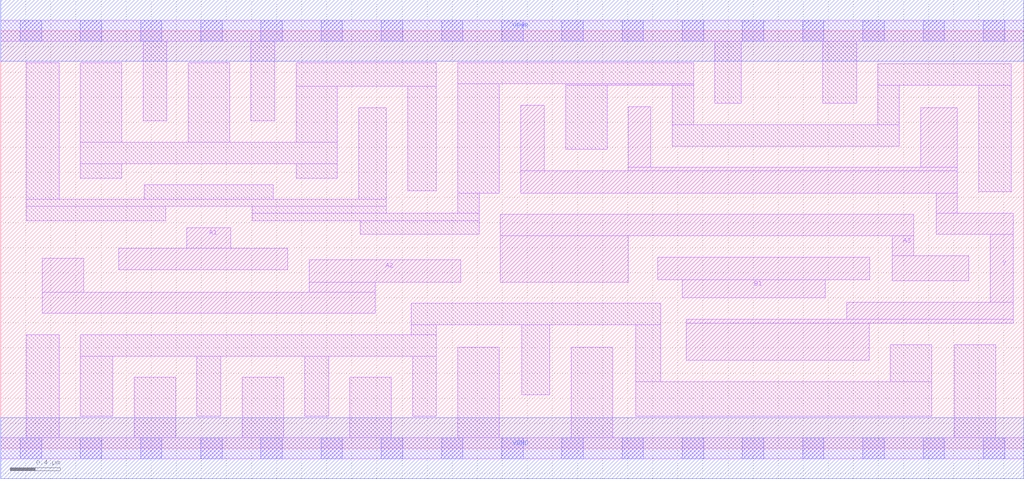
<source format=lef>
# Copyright 2020 The SkyWater PDK Authors
#
# Licensed under the Apache License, Version 2.0 (the "License");
# you may not use this file except in compliance with the License.
# You may obtain a copy of the License at
#
#     https://www.apache.org/licenses/LICENSE-2.0
#
# Unless required by applicable law or agreed to in writing, software
# distributed under the License is distributed on an "AS IS" BASIS,
# WITHOUT WARRANTIES OR CONDITIONS OF ANY KIND, either express or implied.
# See the License for the specific language governing permissions and
# limitations under the License.
#
# SPDX-License-Identifier: Apache-2.0

VERSION 5.7 ;
  NAMESCASESENSITIVE ON ;
  NOWIREEXTENSIONATPIN ON ;
  DIVIDERCHAR "/" ;
  BUSBITCHARS "[]" ;
UNITS
  DATABASE MICRONS 200 ;
END UNITS
MACRO sky130_fd_sc_lp__o31ai_4
  CLASS CORE ;
  SOURCE USER ;
  FOREIGN sky130_fd_sc_lp__o31ai_4 ;
  ORIGIN  0.000000  0.000000 ;
  SIZE  8.160000 BY  3.330000 ;
  SYMMETRY X Y R90 ;
  SITE unit ;
  PIN A1
    ANTENNAGATEAREA  1.260000 ;
    DIRECTION INPUT ;
    USE SIGNAL ;
    PORT
      LAYER li1 ;
        RECT 0.940000 1.425000 2.290000 1.595000 ;
        RECT 1.485000 1.595000 1.835000 1.760000 ;
    END
  END A1
  PIN A2
    ANTENNAGATEAREA  1.260000 ;
    DIRECTION INPUT ;
    USE SIGNAL ;
    PORT
      LAYER li1 ;
        RECT 0.330000 1.075000 2.985000 1.245000 ;
        RECT 0.330000 1.245000 0.660000 1.515000 ;
        RECT 2.460000 1.245000 2.985000 1.325000 ;
        RECT 2.460000 1.325000 3.670000 1.505000 ;
    END
  END A2
  PIN A3
    ANTENNAGATEAREA  1.260000 ;
    DIRECTION INPUT ;
    USE SIGNAL ;
    PORT
      LAYER li1 ;
        RECT 3.985000 1.325000 5.005000 1.695000 ;
        RECT 3.985000 1.695000 7.280000 1.865000 ;
        RECT 7.110000 1.335000 7.720000 1.535000 ;
        RECT 7.110000 1.535000 7.280000 1.695000 ;
    END
  END A3
  PIN B1
    ANTENNAGATEAREA  1.260000 ;
    DIRECTION INPUT ;
    USE SIGNAL ;
    PORT
      LAYER li1 ;
        RECT 5.240000 1.345000 6.930000 1.525000 ;
        RECT 5.435000 1.200000 6.575000 1.345000 ;
    END
  END B1
  PIN Y
    ANTENNADIFFAREA  2.318400 ;
    DIRECTION OUTPUT ;
    USE SIGNAL ;
    PORT
      LAYER li1 ;
        RECT 4.145000 2.035000 7.630000 2.215000 ;
        RECT 4.145000 2.215000 4.335000 2.735000 ;
        RECT 5.005000 2.215000 7.630000 2.240000 ;
        RECT 5.005000 2.240000 5.185000 2.725000 ;
        RECT 5.465000 0.700000 6.925000 0.995000 ;
        RECT 5.465000 0.995000 8.075000 1.030000 ;
        RECT 6.745000 1.030000 8.075000 1.165000 ;
        RECT 7.335000 2.240000 7.630000 2.715000 ;
        RECT 7.460000 1.705000 8.075000 1.875000 ;
        RECT 7.460000 1.875000 7.630000 2.035000 ;
        RECT 7.890000 1.165000 8.075000 1.705000 ;
    END
  END Y
  PIN VGND
    DIRECTION INOUT ;
    USE GROUND ;
    PORT
      LAYER met1 ;
        RECT 0.000000 -0.245000 8.160000 0.245000 ;
    END
  END VGND
  PIN VPWR
    DIRECTION INOUT ;
    USE POWER ;
    PORT
      LAYER met1 ;
        RECT 0.000000 3.085000 8.160000 3.575000 ;
    END
  END VPWR
  OBS
    LAYER li1 ;
      RECT 0.000000 -0.085000 8.160000 0.085000 ;
      RECT 0.000000  3.245000 8.160000 3.415000 ;
      RECT 0.205000  0.085000 0.465000 0.905000 ;
      RECT 0.205000  1.815000 1.315000 1.930000 ;
      RECT 0.205000  1.930000 3.075000 1.985000 ;
      RECT 0.205000  1.985000 0.465000 3.075000 ;
      RECT 0.635000  0.255000 0.895000 0.735000 ;
      RECT 0.635000  0.735000 3.475000 0.905000 ;
      RECT 0.635000  2.155000 0.965000 2.270000 ;
      RECT 0.635000  2.270000 2.685000 2.440000 ;
      RECT 0.635000  2.440000 0.965000 3.075000 ;
      RECT 1.065000  0.085000 1.395000 0.565000 ;
      RECT 1.135000  2.610000 1.325000 3.245000 ;
      RECT 1.145000  1.985000 2.175000 2.100000 ;
      RECT 1.495000  2.440000 1.825000 3.075000 ;
      RECT 1.565000  0.255000 1.755000 0.735000 ;
      RECT 1.925000  0.085000 2.255000 0.565000 ;
      RECT 1.995000  2.610000 2.185000 3.245000 ;
      RECT 2.005000  1.815000 3.815000 1.875000 ;
      RECT 2.005000  1.875000 3.075000 1.930000 ;
      RECT 2.355000  2.155000 2.685000 2.270000 ;
      RECT 2.355000  2.440000 2.685000 2.885000 ;
      RECT 2.355000  2.885000 3.475000 3.075000 ;
      RECT 2.425000  0.255000 2.615000 0.735000 ;
      RECT 2.785000  0.085000 3.115000 0.565000 ;
      RECT 2.855000  1.985000 3.075000 2.715000 ;
      RECT 2.865000  1.705000 3.815000 1.815000 ;
      RECT 3.245000  2.055000 3.475000 2.885000 ;
      RECT 3.275000  0.905000 3.475000 0.985000 ;
      RECT 3.275000  0.985000 5.265000 1.155000 ;
      RECT 3.285000  0.255000 3.475000 0.735000 ;
      RECT 3.645000  0.085000 3.975000 0.805000 ;
      RECT 3.645000  1.875000 3.815000 2.035000 ;
      RECT 3.645000  2.035000 3.975000 2.905000 ;
      RECT 3.645000  2.905000 5.525000 3.075000 ;
      RECT 4.155000  0.425000 4.380000 0.985000 ;
      RECT 4.505000  2.385000 4.835000 2.895000 ;
      RECT 4.505000  2.895000 5.525000 2.905000 ;
      RECT 4.550000  0.085000 4.880000 0.805000 ;
      RECT 5.065000  0.255000 7.425000 0.530000 ;
      RECT 5.065000  0.530000 5.265000 0.985000 ;
      RECT 5.355000  2.410000 7.165000 2.580000 ;
      RECT 5.355000  2.580000 5.525000 2.895000 ;
      RECT 5.695000  2.750000 5.905000 3.245000 ;
      RECT 6.555000  2.750000 6.825000 3.245000 ;
      RECT 6.995000  2.580000 7.165000 2.895000 ;
      RECT 6.995000  2.895000 8.060000 3.065000 ;
      RECT 7.095000  0.530000 7.425000 0.825000 ;
      RECT 7.605000  0.085000 7.935000 0.825000 ;
      RECT 7.800000  2.045000 8.060000 2.895000 ;
    LAYER mcon ;
      RECT 0.155000 -0.085000 0.325000 0.085000 ;
      RECT 0.155000  3.245000 0.325000 3.415000 ;
      RECT 0.635000 -0.085000 0.805000 0.085000 ;
      RECT 0.635000  3.245000 0.805000 3.415000 ;
      RECT 1.115000 -0.085000 1.285000 0.085000 ;
      RECT 1.115000  3.245000 1.285000 3.415000 ;
      RECT 1.595000 -0.085000 1.765000 0.085000 ;
      RECT 1.595000  3.245000 1.765000 3.415000 ;
      RECT 2.075000 -0.085000 2.245000 0.085000 ;
      RECT 2.075000  3.245000 2.245000 3.415000 ;
      RECT 2.555000 -0.085000 2.725000 0.085000 ;
      RECT 2.555000  3.245000 2.725000 3.415000 ;
      RECT 3.035000 -0.085000 3.205000 0.085000 ;
      RECT 3.035000  3.245000 3.205000 3.415000 ;
      RECT 3.515000 -0.085000 3.685000 0.085000 ;
      RECT 3.515000  3.245000 3.685000 3.415000 ;
      RECT 3.995000 -0.085000 4.165000 0.085000 ;
      RECT 3.995000  3.245000 4.165000 3.415000 ;
      RECT 4.475000 -0.085000 4.645000 0.085000 ;
      RECT 4.475000  3.245000 4.645000 3.415000 ;
      RECT 4.955000 -0.085000 5.125000 0.085000 ;
      RECT 4.955000  3.245000 5.125000 3.415000 ;
      RECT 5.435000 -0.085000 5.605000 0.085000 ;
      RECT 5.435000  3.245000 5.605000 3.415000 ;
      RECT 5.915000 -0.085000 6.085000 0.085000 ;
      RECT 5.915000  3.245000 6.085000 3.415000 ;
      RECT 6.395000 -0.085000 6.565000 0.085000 ;
      RECT 6.395000  3.245000 6.565000 3.415000 ;
      RECT 6.875000 -0.085000 7.045000 0.085000 ;
      RECT 6.875000  3.245000 7.045000 3.415000 ;
      RECT 7.355000 -0.085000 7.525000 0.085000 ;
      RECT 7.355000  3.245000 7.525000 3.415000 ;
      RECT 7.835000 -0.085000 8.005000 0.085000 ;
      RECT 7.835000  3.245000 8.005000 3.415000 ;
  END
END sky130_fd_sc_lp__o31ai_4
END LIBRARY

</source>
